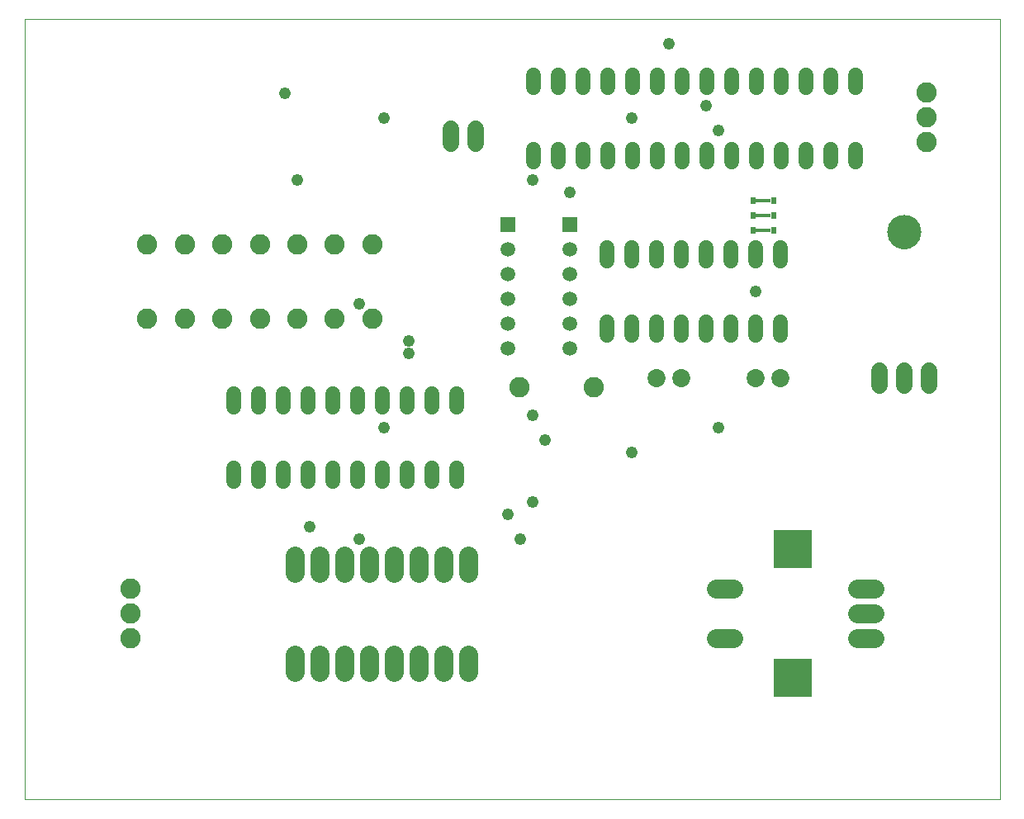
<source format=gts>
G75*
G70*
%OFA0B0*%
%FSLAX24Y24*%
%IPPOS*%
%LPD*%
%AMOC8*
5,1,8,0,0,1.08239X$1,22.5*
%
%ADD10C,0.0000*%
%ADD11C,0.0600*%
%ADD12C,0.0780*%
%ADD13R,0.0595X0.0595*%
%ADD14C,0.0595*%
%ADD15C,0.0820*%
%ADD16R,0.1580X0.1580*%
%ADD17C,0.0680*%
%ADD18C,0.1380*%
%ADD19R,0.0197X0.0315*%
%ADD20R,0.0630X0.0157*%
%ADD21C,0.0730*%
%ADD22C,0.0480*%
D10*
X000100Y000100D02*
X000100Y031596D01*
X039470Y031596D01*
X039470Y000100D01*
X000100Y000100D01*
X034950Y023000D02*
X034952Y023050D01*
X034958Y023100D01*
X034968Y023150D01*
X034981Y023198D01*
X034998Y023246D01*
X035019Y023292D01*
X035043Y023336D01*
X035071Y023378D01*
X035102Y023418D01*
X035136Y023455D01*
X035173Y023490D01*
X035212Y023521D01*
X035253Y023550D01*
X035297Y023575D01*
X035343Y023597D01*
X035390Y023615D01*
X035438Y023629D01*
X035487Y023640D01*
X035537Y023647D01*
X035587Y023650D01*
X035638Y023649D01*
X035688Y023644D01*
X035738Y023635D01*
X035786Y023623D01*
X035834Y023606D01*
X035880Y023586D01*
X035925Y023563D01*
X035968Y023536D01*
X036008Y023506D01*
X036046Y023473D01*
X036081Y023437D01*
X036114Y023398D01*
X036143Y023357D01*
X036169Y023314D01*
X036192Y023269D01*
X036211Y023222D01*
X036226Y023174D01*
X036238Y023125D01*
X036246Y023075D01*
X036250Y023025D01*
X036250Y022975D01*
X036246Y022925D01*
X036238Y022875D01*
X036226Y022826D01*
X036211Y022778D01*
X036192Y022731D01*
X036169Y022686D01*
X036143Y022643D01*
X036114Y022602D01*
X036081Y022563D01*
X036046Y022527D01*
X036008Y022494D01*
X035968Y022464D01*
X035925Y022437D01*
X035880Y022414D01*
X035834Y022394D01*
X035786Y022377D01*
X035738Y022365D01*
X035688Y022356D01*
X035638Y022351D01*
X035587Y022350D01*
X035537Y022353D01*
X035487Y022360D01*
X035438Y022371D01*
X035390Y022385D01*
X035343Y022403D01*
X035297Y022425D01*
X035253Y022450D01*
X035212Y022479D01*
X035173Y022510D01*
X035136Y022545D01*
X035102Y022582D01*
X035071Y022622D01*
X035043Y022664D01*
X035019Y022708D01*
X034998Y022754D01*
X034981Y022802D01*
X034968Y022850D01*
X034958Y022900D01*
X034952Y022950D01*
X034950Y023000D01*
D11*
X033647Y025840D02*
X033647Y026360D01*
X032647Y026360D02*
X032647Y025840D01*
X031647Y025840D02*
X031647Y026360D01*
X030647Y026360D02*
X030647Y025840D01*
X029647Y025840D02*
X029647Y026360D01*
X028647Y026360D02*
X028647Y025840D01*
X027647Y025840D02*
X027647Y026360D01*
X026647Y026360D02*
X026647Y025840D01*
X025647Y025840D02*
X025647Y026360D01*
X024647Y026360D02*
X024647Y025840D01*
X023647Y025840D02*
X023647Y026360D01*
X022647Y026360D02*
X022647Y025840D01*
X021647Y025840D02*
X021647Y026360D01*
X020647Y026360D02*
X020647Y025840D01*
X020647Y028840D02*
X020647Y029360D01*
X021647Y029360D02*
X021647Y028840D01*
X022647Y028840D02*
X022647Y029360D01*
X023647Y029360D02*
X023647Y028840D01*
X024647Y028840D02*
X024647Y029360D01*
X025647Y029360D02*
X025647Y028840D01*
X026647Y028840D02*
X026647Y029360D01*
X027647Y029360D02*
X027647Y028840D01*
X028647Y028840D02*
X028647Y029360D01*
X029647Y029360D02*
X029647Y028840D01*
X030647Y028840D02*
X030647Y029360D01*
X031647Y029360D02*
X031647Y028840D01*
X032647Y028840D02*
X032647Y029360D01*
X033647Y029360D02*
X033647Y028840D01*
X030616Y022376D02*
X030616Y021856D01*
X029616Y021856D02*
X029616Y022376D01*
X028616Y022376D02*
X028616Y021856D01*
X027616Y021856D02*
X027616Y022376D01*
X026616Y022376D02*
X026616Y021856D01*
X025616Y021856D02*
X025616Y022376D01*
X024616Y022376D02*
X024616Y021856D01*
X023616Y021856D02*
X023616Y022376D01*
X023616Y019376D02*
X023616Y018856D01*
X024616Y018856D02*
X024616Y019376D01*
X025616Y019376D02*
X025616Y018856D01*
X026616Y018856D02*
X026616Y019376D01*
X027616Y019376D02*
X027616Y018856D01*
X028616Y018856D02*
X028616Y019376D01*
X029616Y019376D02*
X029616Y018856D01*
X030616Y018856D02*
X030616Y019376D01*
X017553Y016470D02*
X017553Y015950D01*
X016553Y015950D02*
X016553Y016470D01*
X015553Y016470D02*
X015553Y015950D01*
X014553Y015950D02*
X014553Y016470D01*
X013553Y016470D02*
X013553Y015950D01*
X012553Y015950D02*
X012553Y016470D01*
X011553Y016470D02*
X011553Y015950D01*
X010553Y015950D02*
X010553Y016470D01*
X009553Y016470D02*
X009553Y015950D01*
X008553Y015950D02*
X008553Y016470D01*
X008553Y013470D02*
X008553Y012950D01*
X009553Y012950D02*
X009553Y013470D01*
X010553Y013470D02*
X010553Y012950D01*
X011553Y012950D02*
X011553Y013470D01*
X012553Y013470D02*
X012553Y012950D01*
X013553Y012950D02*
X013553Y013470D01*
X014553Y013470D02*
X014553Y012950D01*
X015553Y012950D02*
X015553Y013470D01*
X016553Y013470D02*
X016553Y012950D01*
X017553Y012950D02*
X017553Y013470D01*
D12*
X018021Y009950D02*
X018021Y009250D01*
X017021Y009250D02*
X017021Y009950D01*
X016021Y009950D02*
X016021Y009250D01*
X015021Y009250D02*
X015021Y009950D01*
X014021Y009950D02*
X014021Y009250D01*
X013021Y009250D02*
X013021Y009950D01*
X012021Y009950D02*
X012021Y009250D01*
X011021Y009250D02*
X011021Y009950D01*
X011021Y005950D02*
X011021Y005250D01*
X012021Y005250D02*
X012021Y005950D01*
X013021Y005950D02*
X013021Y005250D01*
X014021Y005250D02*
X014021Y005950D01*
X015021Y005950D02*
X015021Y005250D01*
X016021Y005250D02*
X016021Y005950D01*
X017021Y005950D02*
X017021Y005250D01*
X018021Y005250D02*
X018021Y005950D01*
X028000Y006600D02*
X028700Y006600D01*
X028700Y008600D02*
X028000Y008600D01*
X033700Y008600D02*
X034400Y008600D01*
X034400Y007600D02*
X033700Y007600D01*
X033700Y006600D02*
X034400Y006600D01*
D13*
X022100Y023313D03*
X019600Y023313D03*
D14*
X019600Y022313D03*
X019600Y021313D03*
X019600Y020313D03*
X019600Y019313D03*
X019600Y018313D03*
X022100Y018313D03*
X022100Y019313D03*
X022100Y020313D03*
X022100Y021313D03*
X022100Y022313D03*
D15*
X023069Y016757D03*
X020069Y016757D03*
X014147Y019506D03*
X012631Y019506D03*
X011116Y019506D03*
X009600Y019506D03*
X008084Y019506D03*
X006569Y019506D03*
X005053Y019506D03*
X005053Y022506D03*
X006569Y022506D03*
X008084Y022506D03*
X009600Y022506D03*
X011116Y022506D03*
X012631Y022506D03*
X014147Y022506D03*
X004368Y008600D03*
X004368Y007600D03*
X004368Y006600D03*
X036517Y026659D03*
X036517Y027659D03*
X036517Y028659D03*
D16*
X031100Y010200D03*
X031100Y005000D03*
D17*
X034600Y016800D02*
X034600Y017400D01*
X035600Y017400D02*
X035600Y016800D01*
X036600Y016800D02*
X036600Y017400D01*
X018317Y026572D02*
X018317Y027172D01*
X017317Y027172D02*
X017317Y026572D01*
D18*
X035600Y023000D03*
D19*
X030340Y023088D03*
X030340Y023679D03*
X030340Y024269D03*
X029513Y024269D03*
X029513Y023679D03*
X029513Y023088D03*
D20*
X029927Y023088D03*
X029927Y023679D03*
X029927Y024269D03*
D21*
X029600Y017100D03*
X030600Y017100D03*
X026600Y017100D03*
X025600Y017100D03*
D22*
X028100Y015100D03*
X024600Y014100D03*
X021100Y014600D03*
X020600Y015600D03*
X020600Y012100D03*
X019600Y011600D03*
X020100Y010600D03*
X014600Y015100D03*
X015600Y018100D03*
X015600Y018600D03*
X013600Y020100D03*
X011100Y025100D03*
X014600Y027600D03*
X010600Y028600D03*
X020600Y025100D03*
X022100Y024600D03*
X024600Y027600D03*
X027600Y028100D03*
X028100Y027100D03*
X026100Y030600D03*
X029600Y020600D03*
X013600Y010600D03*
X011600Y011100D03*
M02*

</source>
